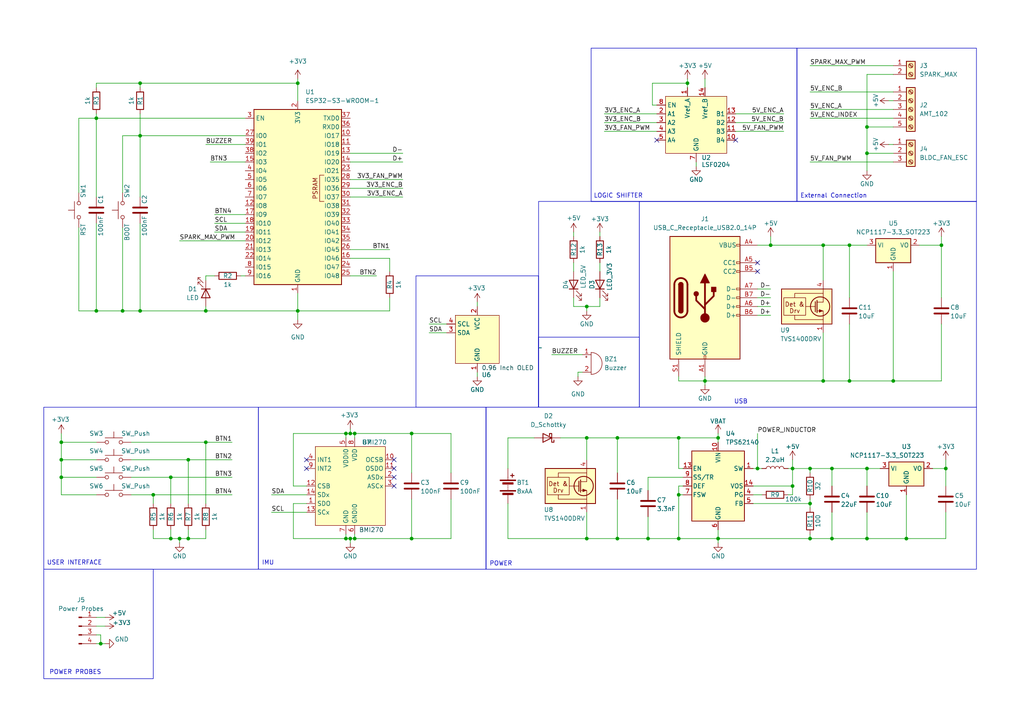
<source format=kicad_sch>
(kicad_sch (version 20231120) (generator "eeschema") (generator_version "8.0")
  (paper "A4")
  (junction (at 259.08 110.49))
  (junction (at 199.39 24.13))
  (junction (at 262.89 156.21))
  (junction (at 170.18 156.21))
  (junction (at 102.87 125.73))
  (junction (at 208.28 127))
  (junction (at 274.32 135.89))
  (junction (at 246.38 71.12))
  (junction (at 251.46 36.83))
  (junction (at 170.18 127))
  (junction (at 49.53 138.43))
  (junction (at 44.45 143.51))
  (junction (at 59.69 128.27))
  (junction (at 35.56 90.17))
  (junction (at 179.07 127))
  (junction (at 196.85 156.21))
  (junction (at 40.64 39.37))
  (junction (at 40.64 24.13))
  (junction (at 27.94 34.29))
  (junction (at 229.87 140.97))
  (junction (at 54.61 156.21))
  (junction (at 229.87 135.89))
  (junction (at 17.78 138.43))
  (junction (at 170.18 88.9))
  (junction (at 86.36 24.13))
  (junction (at 246.38 110.49))
  (junction (at 29.21 186.69))
  (junction (at 17.78 133.35))
  (junction (at 234.95 156.21))
  (junction (at 204.47 110.49))
  (junction (at 119.38 125.73))
  (junction (at 251.46 135.89))
  (junction (at 101.6 156.21))
  (junction (at 251.46 44.45))
  (junction (at 54.61 133.35))
  (junction (at 49.53 156.21))
  (junction (at 196.85 143.51))
  (junction (at 238.76 71.12))
  (junction (at 234.95 146.05))
  (junction (at 119.38 156.21))
  (junction (at 241.3 156.21))
  (junction (at 241.3 135.89))
  (junction (at 196.85 127))
  (junction (at 238.76 110.49))
  (junction (at 101.6 125.73))
  (junction (at 223.52 71.12))
  (junction (at 100.33 125.73))
  (junction (at 52.07 156.21))
  (junction (at 219.71 135.89))
  (junction (at 100.33 156.21))
  (junction (at 251.46 156.21))
  (junction (at 17.78 128.27))
  (junction (at 208.28 156.21))
  (junction (at 187.96 156.21))
  (junction (at 86.36 90.17))
  (junction (at 102.87 156.21))
  (junction (at 40.64 90.17))
  (junction (at 234.95 135.89))
  (junction (at 179.07 156.21))
  (junction (at 59.69 90.17))
  (junction (at 273.05 71.12))
  (junction (at 27.94 90.17))
  (no_connect (at 114.3 138.43))
  (no_connect (at 88.9 135.89))
  (no_connect (at 190.5 40.64))
  (no_connect (at 114.3 135.89))
  (no_connect (at 114.3 133.35))
  (no_connect (at 213.36 40.64))
  (no_connect (at 114.3 140.97))
  (no_connect (at 88.9 133.35))
  (no_connect (at 219.71 76.2))
  (no_connect (at 219.71 78.74))
  (wire (pts (xy 147.32 156.21) (xy 170.18 156.21)))
  (wire (pts (xy 59.69 88.9) (xy 59.69 90.17)))
  (wire (pts (xy 124.46 96.52) (xy 129.54 96.52)))
  (wire (pts (xy 17.78 143.51) (xy 27.94 143.51)))
  (wire (pts (xy 241.3 148.59) (xy 241.3 156.21)))
  (wire (pts (xy 54.61 133.35) (xy 67.31 133.35)))
  (wire (pts (xy 170.18 148.59) (xy 170.18 156.21)))
  (wire (pts (xy 175.26 33.02) (xy 190.5 33.02)))
  (wire (pts (xy 219.71 88.9) (xy 223.52 88.9)))
  (wire (pts (xy 29.21 186.69) (xy 27.94 186.69)))
  (wire (pts (xy 101.6 57.15) (xy 116.84 57.15)))
  (wire (pts (xy 40.64 33.02) (xy 40.64 39.37)))
  (wire (pts (xy 204.47 110.49) (xy 204.47 109.22)))
  (wire (pts (xy 85.09 140.97) (xy 85.09 125.73)))
  (wire (pts (xy 17.78 128.27) (xy 17.78 133.35)))
  (wire (pts (xy 22.86 34.29) (xy 27.94 34.29)))
  (wire (pts (xy 86.36 24.13) (xy 86.36 29.21)))
  (wire (pts (xy 208.28 153.67) (xy 208.28 156.21)))
  (wire (pts (xy 62.23 62.23) (xy 71.12 62.23)))
  (wire (pts (xy 27.94 184.15) (xy 29.21 184.15)))
  (wire (pts (xy 40.64 24.13) (xy 86.36 24.13)))
  (wire (pts (xy 238.76 110.49) (xy 246.38 110.49)))
  (wire (pts (xy 196.85 143.51) (xy 196.85 156.21)))
  (wire (pts (xy 251.46 44.45) (xy 259.08 44.45)))
  (wire (pts (xy 204.47 110.49) (xy 204.47 111.76)))
  (wire (pts (xy 199.39 22.86) (xy 199.39 24.13)))
  (wire (pts (xy 22.86 90.17) (xy 22.86 66.04)))
  (wire (pts (xy 88.9 146.05) (xy 85.09 146.05)))
  (wire (pts (xy 229.87 143.51) (xy 228.6 143.51)))
  (wire (pts (xy 27.94 34.29) (xy 71.12 34.29)))
  (wire (pts (xy 101.6 80.01) (xy 109.22 80.01)))
  (wire (pts (xy 234.95 26.67) (xy 259.08 26.67)))
  (wire (pts (xy 219.71 91.44) (xy 223.52 91.44)))
  (wire (pts (xy 234.95 154.94) (xy 234.95 156.21)))
  (wire (pts (xy 218.44 146.05) (xy 234.95 146.05)))
  (wire (pts (xy 101.6 125.73) (xy 102.87 125.73)))
  (wire (pts (xy 213.36 38.1) (xy 227.33 38.1)))
  (wire (pts (xy 204.47 22.86) (xy 204.47 25.4)))
  (wire (pts (xy 270.51 135.89) (xy 274.32 135.89)))
  (wire (pts (xy 147.32 127) (xy 154.94 127)))
  (wire (pts (xy 119.38 125.73) (xy 119.38 137.16)))
  (wire (pts (xy 101.6 72.39) (xy 113.03 72.39)))
  (wire (pts (xy 69.85 80.01) (xy 71.12 80.01)))
  (wire (pts (xy 17.78 133.35) (xy 17.78 138.43)))
  (wire (pts (xy 238.76 71.12) (xy 238.76 81.28)))
  (wire (pts (xy 27.94 181.61) (xy 30.48 181.61)))
  (wire (pts (xy 257.81 29.21) (xy 259.08 29.21)))
  (wire (pts (xy 223.52 68.58) (xy 223.52 71.12)))
  (wire (pts (xy 238.76 96.52) (xy 238.76 110.49)))
  (wire (pts (xy 166.37 67.31) (xy 166.37 68.58)))
  (wire (pts (xy 196.85 127) (xy 196.85 135.89)))
  (wire (pts (xy 199.39 24.13) (xy 189.23 24.13)))
  (wire (pts (xy 59.69 80.01) (xy 62.23 80.01)))
  (wire (pts (xy 138.43 107.95) (xy 138.43 109.22)))
  (wire (pts (xy 213.36 35.56) (xy 227.33 35.56)))
  (wire (pts (xy 196.85 127) (xy 208.28 127)))
  (wire (pts (xy 251.46 36.83) (xy 251.46 44.45)))
  (wire (pts (xy 246.38 71.12) (xy 246.38 86.36)))
  (wire (pts (xy 17.78 133.35) (xy 27.94 133.35)))
  (wire (pts (xy 251.46 135.89) (xy 251.46 140.97)))
  (wire (pts (xy 173.99 67.31) (xy 173.99 68.58)))
  (wire (pts (xy 59.69 90.17) (xy 86.36 90.17)))
  (wire (pts (xy 208.28 127) (xy 208.28 128.27)))
  (wire (pts (xy 234.95 135.89) (xy 234.95 137.16)))
  (wire (pts (xy 273.05 71.12) (xy 273.05 86.36)))
  (wire (pts (xy 246.38 71.12) (xy 251.46 71.12)))
  (wire (pts (xy 86.36 90.17) (xy 86.36 92.71)))
  (wire (pts (xy 166.37 88.9) (xy 170.18 88.9)))
  (wire (pts (xy 44.45 143.51) (xy 67.31 143.51)))
  (wire (pts (xy 179.07 127) (xy 196.85 127)))
  (wire (pts (xy 166.37 76.2) (xy 166.37 78.74)))
  (wire (pts (xy 234.95 46.99) (xy 259.08 46.99)))
  (wire (pts (xy 35.56 90.17) (xy 40.64 90.17)))
  (wire (pts (xy 35.56 66.04) (xy 35.56 90.17)))
  (wire (pts (xy 86.36 90.17) (xy 113.03 90.17)))
  (wire (pts (xy 274.32 156.21) (xy 274.32 148.59)))
  (wire (pts (xy 204.47 110.49) (xy 238.76 110.49)))
  (wire (pts (xy 101.6 44.45) (xy 116.84 44.45)))
  (wire (pts (xy 101.6 156.21) (xy 102.87 156.21)))
  (wire (pts (xy 196.85 140.97) (xy 196.85 143.51)))
  (wire (pts (xy 44.45 153.67) (xy 44.45 156.21)))
  (wire (pts (xy 52.07 69.85) (xy 71.12 69.85)))
  (wire (pts (xy 147.32 135.89) (xy 147.32 127)))
  (wire (pts (xy 49.53 138.43) (xy 67.31 138.43)))
  (wire (pts (xy 119.38 125.73) (xy 130.81 125.73)))
  (wire (pts (xy 59.69 41.91) (xy 71.12 41.91)))
  (wire (pts (xy 119.38 144.78) (xy 119.38 156.21)))
  (wire (pts (xy 40.64 24.13) (xy 40.64 25.4)))
  (wire (pts (xy 130.81 125.73) (xy 130.81 137.16)))
  (wire (pts (xy 274.32 135.89) (xy 274.32 133.35)))
  (wire (pts (xy 101.6 46.99) (xy 116.84 46.99)))
  (wire (pts (xy 251.46 148.59) (xy 251.46 156.21)))
  (wire (pts (xy 62.23 67.31) (xy 71.12 67.31)))
  (wire (pts (xy 168.91 107.95) (xy 167.64 107.95)))
  (wire (pts (xy 234.95 144.78) (xy 234.95 146.05)))
  (wire (pts (xy 198.12 143.51) (xy 196.85 143.51)))
  (wire (pts (xy 85.09 156.21) (xy 100.33 156.21)))
  (wire (pts (xy 17.78 138.43) (xy 17.78 143.51)))
  (wire (pts (xy 234.95 135.89) (xy 241.3 135.89)))
  (wire (pts (xy 160.02 102.87) (xy 168.91 102.87)))
  (wire (pts (xy 54.61 153.67) (xy 54.61 156.21)))
  (wire (pts (xy 38.1 138.43) (xy 49.53 138.43)))
  (wire (pts (xy 88.9 140.97) (xy 85.09 140.97)))
  (wire (pts (xy 229.87 133.35) (xy 229.87 135.89)))
  (wire (pts (xy 17.78 138.43) (xy 27.94 138.43)))
  (wire (pts (xy 130.81 144.78) (xy 130.81 156.21)))
  (wire (pts (xy 27.94 24.13) (xy 40.64 24.13)))
  (wire (pts (xy 208.28 125.73) (xy 208.28 127)))
  (wire (pts (xy 241.3 135.89) (xy 241.3 140.97)))
  (wire (pts (xy 102.87 125.73) (xy 102.87 127)))
  (wire (pts (xy 208.28 156.21) (xy 196.85 156.21)))
  (wire (pts (xy 38.1 143.51) (xy 44.45 143.51)))
  (wire (pts (xy 85.09 125.73) (xy 100.33 125.73)))
  (wire (pts (xy 208.28 156.21) (xy 234.95 156.21)))
  (wire (pts (xy 241.3 156.21) (xy 251.46 156.21)))
  (wire (pts (xy 29.21 186.69) (xy 30.48 186.69)))
  (wire (pts (xy 113.03 90.17) (xy 113.03 86.36)))
  (wire (pts (xy 78.74 148.59) (xy 88.9 148.59)))
  (wire (pts (xy 86.36 90.17) (xy 86.36 85.09)))
  (wire (pts (xy 54.61 156.21) (xy 59.69 156.21)))
  (wire (pts (xy 27.94 179.07) (xy 30.48 179.07)))
  (wire (pts (xy 100.33 156.21) (xy 100.33 154.94)))
  (wire (pts (xy 17.78 125.73) (xy 17.78 128.27)))
  (wire (pts (xy 189.23 30.48) (xy 190.5 30.48)))
  (wire (pts (xy 234.95 31.75) (xy 259.08 31.75)))
  (wire (pts (xy 251.46 36.83) (xy 259.08 36.83)))
  (wire (pts (xy 40.64 57.15) (xy 40.64 39.37)))
  (wire (pts (xy 251.46 21.59) (xy 251.46 36.83)))
  (wire (pts (xy 251.46 156.21) (xy 262.89 156.21)))
  (wire (pts (xy 170.18 127) (xy 179.07 127)))
  (wire (pts (xy 173.99 76.2) (xy 173.99 78.74)))
  (wire (pts (xy 187.96 149.86) (xy 187.96 156.21)))
  (wire (pts (xy 173.99 88.9) (xy 173.99 86.36)))
  (wire (pts (xy 187.96 138.43) (xy 187.96 142.24)))
  (wire (pts (xy 219.71 125.73) (xy 219.71 135.89)))
  (wire (pts (xy 201.93 46.99) (xy 201.93 48.26)))
  (wire (pts (xy 27.94 34.29) (xy 27.94 57.15)))
  (wire (pts (xy 101.6 124.46) (xy 101.6 125.73)))
  (wire (pts (xy 234.95 34.29) (xy 259.08 34.29)))
  (wire (pts (xy 59.69 128.27) (xy 59.69 146.05)))
  (wire (pts (xy 40.64 90.17) (xy 59.69 90.17)))
  (wire (pts (xy 229.87 135.89) (xy 234.95 135.89)))
  (wire (pts (xy 124.46 93.98) (xy 129.54 93.98)))
  (wire (pts (xy 259.08 21.59) (xy 251.46 21.59)))
  (wire (pts (xy 166.37 86.36) (xy 166.37 88.9)))
  (wire (pts (xy 241.3 135.89) (xy 251.46 135.89)))
  (wire (pts (xy 219.71 135.89) (xy 220.98 135.89)))
  (wire (pts (xy 167.64 107.95) (xy 167.64 109.22)))
  (wire (pts (xy 101.6 125.73) (xy 100.33 125.73)))
  (wire (pts (xy 130.81 156.21) (xy 119.38 156.21)))
  (wire (pts (xy 44.45 156.21) (xy 49.53 156.21)))
  (wire (pts (xy 223.52 71.12) (xy 238.76 71.12)))
  (wire (pts (xy 198.12 140.97) (xy 196.85 140.97)))
  (wire (pts (xy 101.6 54.61) (xy 116.84 54.61)))
  (wire (pts (xy 38.1 128.27) (xy 59.69 128.27)))
  (wire (pts (xy 170.18 88.9) (xy 170.18 90.17)))
  (wire (pts (xy 138.43 87.63) (xy 138.43 88.9)))
  (wire (pts (xy 49.53 156.21) (xy 52.07 156.21)))
  (wire (pts (xy 266.7 71.12) (xy 273.05 71.12)))
  (wire (pts (xy 262.89 143.51) (xy 262.89 156.21)))
  (wire (pts (xy 29.21 184.15) (xy 29.21 186.69)))
  (wire (pts (xy 27.94 24.13) (xy 27.94 25.4)))
  (wire (pts (xy 52.07 157.48) (xy 52.07 156.21)))
  (wire (pts (xy 187.96 156.21) (xy 196.85 156.21)))
  (wire (pts (xy 175.26 35.56) (xy 190.5 35.56)))
  (wire (pts (xy 101.6 157.48) (xy 101.6 156.21)))
  (wire (pts (xy 273.05 71.12) (xy 273.05 68.58)))
  (wire (pts (xy 179.07 137.16) (xy 179.07 127)))
  (wire (pts (xy 100.33 125.73) (xy 100.33 127)))
  (wire (pts (xy 162.56 127) (xy 170.18 127)))
  (wire (pts (xy 175.26 38.1) (xy 190.5 38.1)))
  (wire (pts (xy 49.53 153.67) (xy 49.53 156.21)))
  (wire (pts (xy 86.36 22.86) (xy 86.36 24.13)))
  (wire (pts (xy 147.32 156.21) (xy 147.32 146.05)))
  (wire (pts (xy 179.07 144.78) (xy 179.07 156.21)))
  (wire (pts (xy 234.95 19.05) (xy 259.08 19.05)))
  (wire (pts (xy 101.6 52.07) (xy 116.84 52.07)))
  (wire (pts (xy 189.23 24.13) (xy 189.23 30.48)))
  (wire (pts (xy 27.94 33.02) (xy 27.94 34.29)))
  (wire (pts (xy 27.94 90.17) (xy 35.56 90.17)))
  (wire (pts (xy 44.45 143.51) (xy 44.45 146.05)))
  (wire (pts (xy 234.95 146.05) (xy 234.95 147.32)))
  (wire (pts (xy 102.87 125.73) (xy 119.38 125.73)))
  (wire (pts (xy 219.71 83.82) (xy 223.52 83.82)))
  (wire (pts (xy 251.46 44.45) (xy 251.46 49.53)))
  (wire (pts (xy 22.86 34.29) (xy 22.86 55.88)))
  (wire (pts (xy 102.87 156.21) (xy 102.87 154.94)))
  (wire (pts (xy 17.78 128.27) (xy 27.94 128.27)))
  (wire (pts (xy 218.44 135.89) (xy 219.71 135.89)))
  (wire (pts (xy 170.18 127) (xy 170.18 133.35)))
  (wire (pts (xy 22.86 90.17) (xy 27.94 90.17)))
  (wire (pts (xy 27.94 90.17) (xy 27.94 64.77)))
  (wire (pts (xy 196.85 110.49) (xy 204.47 110.49)))
  (wire (pts (xy 219.71 71.12) (xy 223.52 71.12)))
  (wire (pts (xy 101.6 74.93) (xy 113.03 74.93)))
  (wire (pts (xy 246.38 93.98) (xy 246.38 110.49)))
  (wire (pts (xy 229.87 140.97) (xy 229.87 143.51)))
  (wire (pts (xy 78.74 143.51) (xy 88.9 143.51)))
  (wire (pts (xy 246.38 110.49) (xy 259.08 110.49)))
  (wire (pts (xy 218.44 140.97) (xy 229.87 140.97)))
  (wire (pts (xy 101.6 156.21) (xy 100.33 156.21)))
  (wire (pts (xy 259.08 110.49) (xy 259.08 78.74)))
  (wire (pts (xy 199.39 25.4) (xy 199.39 24.13)))
  (wire (pts (xy 170.18 156.21) (xy 179.07 156.21)))
  (wire (pts (xy 229.87 135.89) (xy 228.6 135.89)))
  (wire (pts (xy 38.1 133.35) (xy 54.61 133.35)))
  (wire (pts (xy 257.81 41.91) (xy 259.08 41.91)))
  (wire (pts (xy 234.95 156.21) (xy 241.3 156.21)))
  (wire (pts (xy 251.46 135.89) (xy 255.27 135.89)))
  (wire (pts (xy 54.61 133.35) (xy 54.61 146.05)))
  (wire (pts (xy 274.32 135.89) (xy 274.32 140.97)))
  (wire (pts (xy 85.09 146.05) (xy 85.09 156.21)))
  (wire (pts (xy 198.12 135.89) (xy 196.85 135.89)))
  (wire (pts (xy 40.64 64.77) (xy 40.64 90.17)))
  (wire (pts (xy 35.56 39.37) (xy 40.64 39.37)))
  (wire (pts (xy 229.87 140.97) (xy 229.87 135.89)))
  (wire (pts (xy 273.05 93.98) (xy 273.05 110.49)))
  (wire (pts (xy 238.76 71.12) (xy 246.38 71.12)))
  (wire (pts (xy 213.36 33.02) (xy 227.33 33.02)))
  (wire (pts (xy 59.69 128.27) (xy 67.31 128.27)))
  (wire (pts (xy 273.05 110.49) (xy 259.08 110.49)))
  (wire (pts (xy 262.89 156.21) (xy 274.32 156.21)))
  (wire (pts (xy 219.71 86.36) (xy 223.52 86.36)))
  (wire (pts (xy 59.69 80.01) (xy 59.69 81.28)))
  (wire (pts (xy 208.28 156.21) (xy 208.28 157.48)))
  (wire (pts (xy 60.96 46.99) (xy 71.12 46.99)))
  (wire (pts (xy 49.53 138.43) (xy 49.53 146.05)))
  (wire (pts (xy 62.23 64.77) (xy 71.12 64.77)))
  (wire (pts (xy 179.07 156.21) (xy 187.96 156.21)))
  (wire (pts (xy 119.38 156.21) (xy 102.87 156.21)))
  (wire (pts (xy 52.07 156.21) (xy 54.61 156.21)))
  (wire (pts (xy 59.69 153.67) (xy 59.69 156.21)))
  (wire (pts (xy 35.56 55.88) (xy 35.56 39.37)))
  (wire (pts (xy 40.64 39.37) (xy 71.12 39.37)))
  (wire (pts (xy 113.03 74.93) (xy 113.03 78.74)))
  (wire (pts (xy 170.18 88.9) (xy 173.99 88.9)))
  (wire (pts (xy 198.12 138.43) (xy 187.96 138.43)))
  (wire (pts (xy 218.44 143.51) (xy 220.98 143.51)))
  (wire (pts (xy 196.85 109.22) (xy 196.85 110.49)))
  (rectangle (start 156.21 97.79) (end 185.42 118.11))
  (rectangle (start 185.42 58.42) (end 283.21 118.11))
  (rectangle (start 12.7 165.1) (end 44.45 196.85))
  (rectangle (start 12.7 118.11) (end 74.93 165.1))
  (rectangle (start 231.14 13.97) (end 283.21 58.42))
  (rectangle (start 74.93 118.11) (end 140.97 165.1))
  (rectangle (start 120.65 80.01) (end 156.21 118.11))
  (rectangle (start 140.97 118.11) (end 283.21 165.1))
  (rectangle (start 171.45 13.97) (end 231.14 58.42))
  (rectangle (start 156.21 58.42) (end 185.42 118.11))
  (text "USER INTERFACE" (at 21.59 163.322 0) (effects (font (size 1.27 1.27))))
  (text "POWER PROBES" (at 21.844 195.072 0) (effects (font (size 1.27 1.27))))
  (text "POWER" (at 145.288 163.576 0) (effects (font (size 1.27 1.27))))
  (text "IMU" (at 77.724 163.322 0) (effects (font (size 1.27 1.27))))
  (text "LOGIC SHIFTER" (at 179.324 56.896 0) (effects (font (size 1.27 1.27))))
  (text "USB" (at 214.884 116.586 0) (effects (font (size 1.27 1.27))))
  (text "External Connection" (at 241.808 56.896 0) (effects (font (size 1.27 1.27))))
  (label "D+" (at 223.52 91.44 180))
  (label "D-" (at 223.52 86.36 180))
  (label "BUZZER" (at 160.02 102.87 0))
  (label "SPARK_MAX_PWM" (at 52.07 69.85 0))
  (label "5V_FAN_PWM" (at 234.95 46.99 0))
  (label "POWER_INDUCTOR" (at 219.71 125.73 0))
  (label "SDA" (at 78.74 143.51 0))
  (label "BTN2" (at 67.31 133.35 180))
  (label "3V3_ENC_B" (at 175.26 35.56 0))
  (label "BTN1" (at 67.31 128.27 180))
  (label "BUZZER" (at 59.69 41.91 0))
  (label "5V_ENC_INDEX" (at 234.95 34.29 0))
  (label "SCL" (at 62.23 64.77 0))
  (label "BTN4" (at 62.23 62.23 0))
  (label "3V3_ENC_A" (at 175.26 33.02 0))
  (label "BTN1" (at 113.03 72.39 180))
  (label "D-" (at 116.84 44.45 180))
  (label "5V_ENC_B" (at 227.33 35.56 180))
  (label "SDA" (at 62.23 67.31 0))
  (label "SPARK_MAX_PWM" (at 234.95 19.05 0))
  (label "5V_ENC_A" (at 227.33 33.02 180))
  (label "BTN4" (at 67.31 143.51 180))
  (label "3V3_ENC_A" (at 116.84 57.15 180))
  (label "D+" (at 223.52 88.9 180))
  (label "5V_FAN_PWM" (at 227.33 38.1 180))
  (label "D+" (at 116.84 46.99 180))
  (label "5V_ENC_A" (at 234.95 31.75 0))
  (label "3V3_FAN_PWM" (at 175.26 38.1 0))
  (label "SCL" (at 78.74 148.59 0))
  (label "SDA" (at 124.46 96.52 0))
  (label "BTN2" (at 109.22 80.01 180))
  (label "BTN3" (at 60.96 46.99 0))
  (label "BTN3" (at 67.31 138.43 180))
  (label "SCL" (at 124.46 93.98 0))
  (label "D-" (at 223.52 83.82 180))
  (label "3V3_ENC_B" (at 116.84 54.61 180))
  (label "3V3_FAN_PWM" (at 116.84 52.07 180))
  (label "5V_ENC_B" (at 234.95 26.67 0))
  (symbol (lib_id "power:+3V3") (at 273.05 68.58 0) (unit 1)
    (property "Reference" "#PWR09" (effects (hide yes)))
    (property "Value" "+3V3" (at 273.05 64.77 0))
    (property "Description" "Power symbol creates a global label with name \"+3V3\"" (effects (hide yes)))
  )
  (symbol (lib_id "power:GND") (at 138.43 109.22 0) (unit 1)
    (property "Reference" "#PWR023" (effects (hide yes)))
    (property "Value" "GND" (at 138.43 113.03 0))
  )
  (symbol (lib_id "Device:R") (at 44.45 149.86 180) (unit 1)
    (property "Reference" "R5" (at 44.45 149.86 90))
    (property "Value" "1k" (at 46.99 149.86 90))
    (property "Footprint" "Resistor_SMD:R_0603_1608Metric" (effects (hide yes)))
  )
  (symbol (lib_id "power:GND") (at 208.28 157.48 0) (unit 1)
    (property "Reference" "#PWR013" (effects (hide yes)))
    (property "Value" "GND" (at 208.28 161.29 0))
  )
  (symbol (lib_id "Device:D_Schottky") (at 158.75 127 180) (unit 1)
    (property "Reference" "D2" (at 159.0675 120.65 0))
    (property "Value" "D_Schottky" (at 159.0675 123.19 0))
    (property "Footprint" "Package_TO_SOT_SMD:TO-277A" (effects (hide yes)))
    (property "Description" "Schottky diode" (effects (hide yes)))
  )
  (symbol (lib_id "power:+3V3") (at 30.48 181.61 270) (unit 1)
    (property "Reference" "#PWR027" (effects (hide yes)))
    (property "Value" "+3V3" (at 35.306 180.594 90))
    (property "Description" "Power symbol creates a global label with name \"+3V3\"" (effects (hide yes)))
  )
  (symbol (lib_id "Regulator_Switching:TPS62140") (at 208.28 140.97 0) (unit 1)
    (property "Reference" "U4" (at 210.4741 125.73 0) (effects (justify left)))
    (property "Value" "TPS62140" (at 210.4741 128.27 0) (effects (justify left)))
    (property "Footprint" "Package_DFN_QFN:VQFN-16-1EP_3x3mm_P0.5mm_EP1.68x1.68mm_ThermalVias" (effects (hide yes)))
    (property "Datasheet" "http://www.ti.com/lit/ds/symlink/TPS62140.pdf" (effects (hide yes)))
    (property "Description" "2A Step-Down Converter with DCS-Control, Adjustable Output Voltage, 3-17V Input Voltage, QFN-16" (effects (hide yes)))
  )
  (symbol (lib_id "Switch:SW_Push") (at 22.86 60.96 90) (unit 1)
    (property "Reference" "SW1" (at 24.13 53.34 0) (effects (justify right)))
    (property "Value" "RST" (at 24.13 64.77 0) (effects (justify right)))
    (property "Footprint" "Button_Switch_SMD:SW_SPST_EVQP2" (effects (hide yes)))
  )
  (symbol (lib_id "Device:R") (at 59.69 149.86 180) (unit 1)
    (property "Reference" "R8" (at 59.69 149.86 90))
    (property "Value" "1k" (at 62.23 149.86 90))
    (property "Footprint" "Resistor_SMD:R_0603_1608Metric" (effects (hide yes)))
  )
  (symbol (lib_id "Device:C") (at 119.38 140.97 0) (unit 1)
    (property "Reference" "C3" (at 121.92 139.954 0) (effects (justify left)))
    (property "Value" "100nF" (at 121.92 142.494 0) (effects (justify left)))
    (property "Footprint" "Capacitor_SMD:C_0603_1608Metric" (effects (hide yes)))
    (property "Description" "Unpolarized capacitor" (effects (hide yes)))
  )
  (symbol (lib_id "Device:Buzzer") (at 171.45 105.41 0) (unit 1)
    (property "Reference" "BZ1" (at 175.26 104.1399 0) (effects (justify left)))
    (property "Value" "Buzzer" (at 175.26 106.6799 0) (effects (justify left)))
    (property "Footprint" "Buzzer_Beeper:Buzzer_12x9.5RM7.6" (effects (hide yes)))
    (property "Description" "Buzzer, polarized" (effects (hide yes)))
  )
  (symbol (lib_id "power:+3V3") (at 173.99 67.31 0) (unit 1)
    (property "Reference" "#PWR015" (effects (hide yes)))
    (property "Value" "+3V3" (at 173.99 63.5 0))
    (property "Description" "Power symbol creates a global label with name \"+3V3\"" (effects (hide yes)))
  )
  (symbol (lib_id "Connector:USB_C_Receptacle_USB2.0_14P") (at 204.47 86.36 0) (unit 1)
    (property "Reference" "J1" (at 204.47 63.5 0))
    (property "Value" "USB_C_Receptacle_USB2.0_14P" (at 204.47 66.04 0))
    (property "Footprint" "Connector_USB:USB_C_Receptacle_GCT_USB4110" (effects (hide yes)))
    (property "Datasheet" "https://www.usb.org/sites/default/files/documents/usb_type-c.zip" (effects (hide yes)))
    (property "Description" "USB 2.0-only 14P Type-C Receptacle connector" (effects (hide yes)))
  )
  (symbol (lib_id "power:+5V") (at 223.52 68.58 0) (unit 1)
    (property "Reference" "#PWR017" (effects (hide yes)))
    (property "Value" "+5V" (at 223.52 64.77 0))
    (property "Description" "Power symbol creates a global label with name \"+5V\"" (effects (hide yes)))
  )
  (symbol (lib_id "Regulator_Linear:NCP1117-3.3_SOT223") (at 259.08 71.12 0) (unit 1)
    (property "Reference" "U5" (at 259.08 64.77 0))
    (property "Value" "NCP1117-3.3_SOT223" (at 259.08 67.31 0))
    (property "Footprint" "Package_TO_SOT_SMD:SOT-223-3_TabPin2" (effects (hide yes)))
    (property "Datasheet" "http://www.onsemi.com/pub_link/Collateral/NCP1117-D.PDF" (effects (hide yes)))
    (property "Description" "1A Low drop-out regulator, Fixed Output 3.3V, SOT-223" (effects (hide yes)))
  )
  (symbol (lib_id "power:+5V") (at 204.47 22.86 0) (unit 1)
    (property "Reference" "#PWR06" (effects (hide yes)))
    (property "Value" "+5V" (at 204.47 19.05 0))
    (property "Description" "Power symbol creates a global label with name \"+5V\"" (effects (hide yes)))
  )
  (symbol (lib_id "Switch:SW_Push") (at 33.02 133.35 0) (unit 1)
    (property "Reference" "SW4" (at 27.94 130.81 0))
    (property "Value" "SW_Push" (at 39.37 130.81 0))
    (property "Footprint" "Button_Switch_SMD:SW_Push_1P1T_NO_6x6mm_H9.5mm" (effects (hide yes)))
  )
  (symbol (lib_id "Device:R") (at 54.61 149.86 180) (unit 1)
    (property "Reference" "R7" (at 54.61 149.86 90))
    (property "Value" "1k" (at 57.15 149.86 90))
    (property "Footprint" "Resistor_SMD:R_0603_1608Metric" (effects (hide yes)))
  )
  (symbol (lib_id "Connector:Screw_Terminal_01x03") (at 264.16 44.45 0) (unit 1)
    (property "Reference" "J4" (at 266.7 43.1799 0) (effects (justify left)))
    (property "Value" "BLDC_FAN_ESC" (at 266.7 45.7199 0) (effects (justify left)))
    (property "Footprint" "TerminalBlock_Phoenix:TerminalBlock_Phoenix_PT-1,5-3-5.0-H_1x03_P5.00mm_Horizontal" (effects (hide yes)))
    (property "Description" "Generic screw terminal, single row, 01x03, script generated (kicad-library-utils/schlib/autogen/connector/)" (effects (hide yes)))
  )
  (symbol (lib_id "Power_Protection:TVS1400DRV") (at 170.18 140.97 0) (unit 1)
    (property "Reference" "U8" (at 157.734 147.828 0) (effects (justify left)))
    (property "Value" "TVS1400DRV" (at 157.734 150.368 0) (effects (justify left)))
    (property "Footprint" "Package_SON:WSON-6-1EP_2x2mm_P0.65mm_EP1x1.6mm_ThermalVias" (effects (hide yes)))
    (property "Datasheet" "http://www.ti.com/lit/ds/symlink/tvs1400.pdf" (effects (hide yes)))
    (property "Description" "Flat-Clamp Surge Protection Device. 14Vrwm, WSON-6" (effects (hide yes)))
  )
  (symbol (lib_id "power:+3V3") (at 101.6 124.46 0) (unit 1)
    (property "Reference" "#PWR024" (effects (hide yes)))
    (property "Value" "+3V3" (at 101.346 120.396 0))
    (property "Description" "Power symbol creates a global label with name \"+3V3\"" (effects (hide yes)))
  )
  (symbol (lib_id "Device:C") (at 273.05 90.17 0) (unit 1)
    (property "Reference" "C8" (at 275.59 89.154 0) (effects (justify left)))
    (property "Value" "10uF" (at 275.59 91.694 0) (effects (justify left)))
    (property "Footprint" "Capacitor_SMD:C_0805_2012Metric" (effects (hide yes)))
    (property "Description" "Unpolarized capacitor" (effects (hide yes)))
  )
  (symbol (lib_id "power:GND") (at 167.64 109.22 0) (unit 1)
    (property "Reference" "#PWR05" (effects (hide yes)))
    (property "Value" "GND" (at 167.64 114.3 0))
    (property "Description" "Power symbol creates a global label with name \"GND\" , ground" (effects (hide yes)))
  )
  (symbol (lib_id "power:+3V3") (at 86.36 22.86 0) (unit 1)
    (property "Reference" "#PWR01" (effects (hide yes)))
    (property "Value" "+3V3" (at 86.36 17.78 0))
    (property "Description" "Power symbol creates a global label with name \"+3V3\"" (effects (hide yes)))
  )
  (symbol (lib_id "Device:R") (at 113.03 82.55 180) (unit 1)
    (property "Reference" "R4" (at 113.03 82.55 90))
    (property "Value" "1k" (at 115.57 82.55 90))
    (property "Footprint" "Resistor_SMD:R_0603_1608Metric" (effects (hide yes)))
  )
  (symbol (lib_id "Device:C") (at 274.32 144.78 0) (unit 1)
    (property "Reference" "C5" (at 276.86 143.764 0) (effects (justify left)))
    (property "Value" "10uF" (at 276.86 146.304 0) (effects (justify left)))
    (property "Footprint" "Capacitor_SMD:C_0805_2012Metric" (effects (hide yes)))
    (property "Description" "Unpolarized capacitor" (effects (hide yes)))
  )
  (symbol (lib_id "Device:C") (at 251.46 144.78 0) (unit 1)
    (property "Reference" "C10" (at 254 143.764 0) (effects (justify left)))
    (property "Value" "10uF" (at 254 146.304 0) (effects (justify left)))
    (property "Footprint" "Capacitor_SMD:C_0805_2012Metric" (effects (hide yes)))
    (property "Description" "Unpolarized capacitor" (effects (hide yes)))
  )
  (symbol (lib_id "Connector:Screw_Terminal_01x05") (at 264.16 31.75 0) (unit 1)
    (property "Reference" "J2" (at 266.7 30.4799 0) (effects (justify left)))
    (property "Value" "AMT_102" (at 266.7 33.0199 0) (effects (justify left)))
    (property "Footprint" "TerminalBlock_Phoenix:TerminalBlock_Phoenix_PT-1,5-5-5.0-H_1x05_P5.00mm_Horizontal" (effects (hide yes)))
    (property "Description" "Generic screw terminal, single row, 01x05, script generated (kicad-library-utils/schlib/autogen/connector/)" (effects (hide yes)))
  )
  (symbol (lib_id "Regulator_Linear:NCP1117-3.3_SOT223") (at 262.89 135.89 0) (unit 1)
    (property "Reference" "U3" (at 262.89 129.54 0))
    (property "Value" "NCP1117-3.3_SOT223" (at 257.302 132.08 0))
    (property "Footprint" "Package_TO_SOT_SMD:SOT-223-3_TabPin2" (effects (hide yes)))
    (property "Datasheet" "http://www.onsemi.com/pub_link/Collateral/NCP1117-D.PDF" (effects (hide yes)))
    (property "Description" "1A Low drop-out regulator, Fixed Output 3.3V, SOT-223" (effects (hide yes)))
  )
  (symbol (lib_id "Device:R") (at 173.99 72.39 180) (unit 1)
    (property "Reference" "R13" (at 173.99 72.39 90))
    (property "Value" "1k" (at 176.53 72.39 90))
    (property "Footprint" "Resistor_SMD:R_0603_1608Metric" (effects (hide yes)))
  )
  (symbol (lib_id "Device:R") (at 27.94 29.21 0) (unit 1)
    (property "Reference" "R3" (at 27.94 29.21 90))
    (property "Value" "1k" (at 25.4 29.21 90))
    (property "Footprint" "Resistor_SMD:R_0603_1608Metric" (effects (hide yes)))
  )
  (symbol (lib_id "power:+3V3") (at 274.32 133.35 0) (unit 1)
    (property "Reference" "#PWR012" (effects (hide yes)))
    (property "Value" "+3V3" (at 274.32 129.54 0))
    (property "Description" "Power symbol creates a global label with name \"+3V3\"" (effects (hide yes)))
  )
  (symbol (lib_id "Switch:SW_Push") (at 33.02 143.51 0) (unit 1)
    (property "Reference" "SW6" (at 27.94 140.97 0))
    (property "Value" "SW_Push" (at 39.37 140.97 0))
    (property "Footprint" "Button_Switch_SMD:SW_Push_1P1T_NO_6x6mm_H9.5mm" (effects (hide yes)))
  )
  (symbol (lib_id "Device:C") (at 130.81 140.97 0) (unit 1)
    (property "Reference" "C9" (at 133.35 139.954 0) (effects (justify left)))
    (property "Value" "100nF" (at 133.35 142.494 0) (effects (justify left)))
    (property "Footprint" "Capacitor_SMD:C_0603_1608Metric" (effects (hide yes)))
    (property "Description" "Unpolarized capacitor" (effects (hide yes)))
  )
  (symbol (lib_id "Device:R") (at 234.95 151.13 180) (unit 1)
    (property "Reference" "R11" (at 234.95 151.13 90))
    (property "Value" "100" (at 237.236 151.13 90))
    (property "Footprint" "Resistor_SMD:R_0603_1608Metric" (effects (hide yes)))
    (property "Description" "Resistor" (effects (hide yes)))
  )
  (symbol (lib_id "Device:C") (at 179.07 140.97 0) (unit 1)
    (property "Reference" "C6" (at 181.61 139.954 0) (effects (justify left)))
    (property "Value" "10uF" (at 181.61 142.494 0) (effects (justify left)))
    (property "Footprint" "Capacitor_SMD:C_0805_2012Metric" (effects (hide yes)))
    (property "Description" "Unpolarized capacitor" (effects (hide yes)))
  )
  (symbol (lib_id "power:GND") (at 201.93 48.26 0) (unit 1)
    (property "Reference" "#PWR018" (effects (hide yes)))
    (property "Value" "GND" (at 201.93 52.07 0))
  )
  (symbol (lib_id "Device:C") (at 27.94 60.96 0) (unit 1)
    (property "Reference" "C1" (at 29.21 59.182 90) (effects (justify left)))
    (property "Value" "100nF" (at 29.21 68.58 90) (effects (justify left)))
    (property "Footprint" "Capacitor_SMD:C_0603_1608Metric" (effects (hide yes)))
  )
  (symbol (lib_id "Device:R") (at 66.04 80.01 90) (unit 1)
    (property "Reference" "R2" (at 66.04 80.01 90))
    (property "Value" "1k" (at 66.04 82.55 90))
    (property "Footprint" "Resistor_SMD:R_0603_1608Metric" (effects (hide yes)))
  )
  (symbol (lib_id "power:GND") (at 101.6 157.48 0) (unit 1)
    (property "Reference" "#PWR025" (effects (hide yes)))
    (property "Value" "GND" (at 101.6 161.29 0))
  )
  (symbol (lib_id "Device:C") (at 241.3 144.78 0) (unit 1)
    (property "Reference" "C4" (at 243.84 143.764 0) (effects (justify left)))
    (property "Value" "22uF" (at 243.84 146.304 0) (effects (justify left)))
    (property "Footprint" "Capacitor_SMD:C_0805_2012Metric" (effects (hide yes)))
    (property "Description" "Unpolarized capacitor" (effects (hide yes)))
  )
  (symbol (lib_id "power:+3V3") (at 199.39 22.86 0) (unit 1)
    (property "Reference" "#PWR07" (effects (hide yes)))
    (property "Value" "+3V3" (at 199.39 19.05 0))
    (property "Description" "Power symbol creates a global label with name \"+3V3\"" (effects (hide yes)))
  )
  (symbol (lib_id "power:+5V") (at 30.48 179.07 270) (unit 1)
    (property "Reference" "#PWR028" (effects (hide yes)))
    (property "Value" "+5V" (at 34.544 177.8 90))
    (property "Description" "Power symbol creates a global label with name \"+5V\"" (effects (hide yes)))
  )
  (symbol (lib_id "power:GND") (at 30.48 186.69 90) (unit 1)
    (property "Reference" "#PWR026" (effects (hide yes)))
    (property "Value" "GND" (at 35.306 185.42 90))
  )
  (symbol (lib_id "Device:C") (at 187.96 146.05 0) (unit 1)
    (property "Reference" "C7" (at 190.5 145.034 0) (effects (justify left)))
    (property "Value" "3.3nF" (at 190.5 147.574 0) (effects (justify left)))
    (property "Footprint" "Capacitor_SMD:C_0603_1608Metric" (effects (hide yes)))
    (property "Description" "Unpolarized capacitor" (effects (hide yes)))
  )
  (symbol (lib_id "0.96InchOLED:0.96_Inch_OLED") (at 138.43 97.79 0) (unit 1)
    (property "Reference" "U6" (at 139.7 108.712 0) (effects (justify left)))
    (property "Value" "~" (at 156.21 100.8408 0) (effects (justify left)))
    (property "Footprint" "Connector_PinHeader_2.54mm:PinHeader_1x04_P2.54mm_Vertical" (effects (hide yes)))
  )
  (symbol (lib_id "BMI270:BMI270") (at 101.6 142.24 0) (unit 1)
    (property "Reference" "U7" (at 104.902 128.27 0) (effects (justify left)))
    (property "Value" "BMI270" (at 105.0641 128.27 0) (effects (justify left)))
    (property "Footprint" "Package_LGA:Bosch_LGA-14_3x2.5mm_P0.5mm" (effects (hide yes)))
    (property "Datasheet" "https://www.bosch-sensortec.com/media/boschsensortec/downloads/datasheets/bst-bmi270-ds000.pdf" (effects (hide yes)))
  )
  (symbol (lib_id "power:+5V") (at 257.81 29.21 90) (unit 1)
    (property "Reference" "#PWR020" (effects (hide yes)))
    (property "Value" "+5V" (at 254 29.21 0))
    (property "Description" "Power symbol creates a global label with name \"+5V\"" (effects (hide yes)))
  )
  (symbol (lib_id "Device:LED") (at 166.37 82.55 90) (unit 1)
    (property "Reference" "D4" (at 164.084 82.55 0))
    (property "Value" "LED_5V" (at 169.164 80.264 0))
    (property "Footprint" "LED_SMD:LED_0603_1608Metric" (effects (hide yes)))
  )
  (symbol (lib_id "Device:L") (at 224.79 135.89 90) (unit 1)
    (property "Reference" "L1" (at 224.79 130.81 90))
    (property "Value" "2.2uH" (at 224.79 133.35 90))
    (property "Footprint" "Inductor_SMD:L_Vishay_IHLP-1212" (effects (hide yes)))
    (property "Datasheet" "https://www.vishay.com/docs/34289/lp12bz11.pdf" (effects (hide yes)))
    (property "Description" "Inductor" (effects (hide yes)))
  )
  (symbol (lib_id "power:+5V") (at 229.87 133.35 0) (unit 1)
    (property "Reference" "#PWR011" (effects (hide yes)))
    (property "Value" "+5V" (at 229.87 129.54 0))
    (property "Description" "Power symbol creates a global label with name \"+5V\"" (effects (hide yes)))
  )
  (symbol (lib_id "power:GND") (at 170.18 90.17 0) (unit 1)
    (property "Reference" "#PWR016" (effects (hide yes)))
    (property "Value" "GND" (at 170.18 93.98 0))
  )
  (symbol (lib_id "Switch:SW_Push") (at 33.02 128.27 0) (unit 1)
    (property "Reference" "SW3" (at 27.94 125.73 0))
    (property "Value" "SW_Push" (at 39.37 125.73 0))
    (property "Footprint" "Button_Switch_SMD:SW_Push_1P1T_NO_6x6mm_H9.5mm" (effects (hide yes)))
  )
  (symbol (lib_id "power:+3V3") (at 138.43 87.63 0) (unit 1)
    (property "Reference" "#PWR022" (effects (hide yes)))
    (property "Value" "+3V3" (at 138.176 83.566 0))
    (property "Description" "Power symbol creates a global label with name \"+3V3\"" (effects (hide yes)))
  )
  (symbol (lib_id "Switch:SW_Push") (at 33.02 138.43 0) (unit 1)
    (property "Reference" "SW5" (at 27.94 135.89 0))
    (property "Value" "SW_Push" (at 39.37 135.89 0))
    (property "Footprint" "Button_Switch_SMD:SW_Push_1P1T_NO_6x6mm_H9.5mm" (effects (hide yes)))
  )
  (symbol (lib_id "power:+5V") (at 257.81 41.91 90) (unit 1)
    (property "Reference" "#PWR021" (effects (hide yes)))
    (property "Value" "+5V" (at 254 41.91 0))
    (property "Description" "Power symbol creates a global label with name \"+5V\"" (effects (hide yes)))
  )
  (symbol (lib_id "Device:R") (at 40.64 29.21 0) (unit 1)
    (property "Reference" "R1" (at 40.64 29.21 90))
    (property "Value" "1k" (at 38.1 29.21 90))
    (property "Footprint" "Resistor_SMD:R_0603_1608Metric" (effects (hide yes)))
  )
  (symbol (lib_id "power:GND") (at 251.46 49.53 0) (unit 1)
    (property "Reference" "#PWR019" (effects (hide yes)))
    (property "Value" "GND" (at 251.46 53.34 0))
  )
  (symbol (lib_id "Power_Protection:TVS1400DRV") (at 238.76 88.9 0) (unit 1)
    (property "Reference" "U9" (at 226.314 95.758 0) (effects (justify left)))
    (property "Value" "TVS1400DRV" (at 226.314 98.298 0) (effects (justify left)))
    (property "Footprint" "Package_SON:WSON-6-1EP_2x2mm_P0.65mm_EP1x1.6mm_ThermalVias" (effects (hide yes)))
    (property "Datasheet" "http://www.ti.com/lit/ds/symlink/tvs1400.pdf" (effects (hide yes)))
    (property "Description" "Flat-Clamp Surge Protection Device. 14Vrwm, WSON-6" (effects (hide yes)))
  )
  (symbol (lib_id "Device:C") (at 246.38 90.17 0) (unit 1)
    (property "Reference" "C11" (at 248.92 89.154 0) (effects (justify left)))
    (property "Value" "10uF" (at 248.92 91.694 0) (effects (justify left)))
    (property "Footprint" "Capacitor_SMD:C_0805_2012Metric" (effects (hide yes)))
    (property "Description" "Unpolarized capacitor" (effects (hide yes)))
  )
  (symbol (lib_id "LSF0204:LSF0204") (at 201.93 31.75 0) (unit 1)
    (property "Reference" "U2" (at 203.454 45.72 0) (effects (justify left)))
    (property "Value" "LSF0204" (at 203.454 47.752 0) (effects (justify left)))
    (property "Footprint" "Package_DFN_QFN:Texas_S-PVQFN-N14" (effects (hide yes)))
    (property "Datasheet" "https://www.ti.com/lit/ds/symlink/lsf0204.pdf?ts=1738516650001&ref_url=https%253A%252F%252Fwww.ti.com%252Fproduct%252FLSF0204" (effects (hide yes)))
  )
  (symbol (lib_id "power:GND") (at 86.36 92.71 0) (unit 1)
    (property "Reference" "#PWR02" (effects (hide yes)))
    (property "Value" "GND" (at 86.36 97.79 0))
  )
  (symbol (lib_id "Device:LED") (at 173.99 82.55 90) (unit 1)
    (property "Reference" "D3" (at 171.704 82.55 0))
    (property "Value" "LED_3V3" (at 176.784 80.264 0))
    (property "Footprint" "LED_SMD:LED_0603_1608Metric" (effects (hide yes)))
  )
  (symbol (lib_id "Connector:Conn_01x04_Pin") (at 22.86 181.61 0) (unit 1)
    (property "Reference" "J5" (at 23.495 173.99 0))
    (property "Value" "Power Probes" (at 23.495 176.53 0))
    (property "Footprint" "Connector_PinHeader_2.54mm:PinHeader_1x04_P2.54mm_Vertical" (effects (hide yes)))
    (property "Description" "Generic connector, single row, 01x04, script generated" (effects (hide yes)))
  )
  (symbol (lib_id "Device:R") (at 49.53 149.86 180) (unit 1)
    (property "Reference" "R6" (at 49.53 149.86 90))
    (property "Value" "1k" (at 52.07 149.86 90))
    (property "Footprint" "Resistor_SMD:R_0603_1608Metric" (effects (hide yes)))
  )
  (symbol (lib_id "power:+3V3") (at 208.28 125.73 0) (unit 1)
    (property "Reference" "#PWR014" (effects (hide yes)))
    (property "Value" "VBAT" (at 208.28 122.174 0))
    (property "Description" "Power symbol creates a global label with name \"+3V3\"" (effects (hide yes)))
  )
  (symbol (lib_id "Device:LED") (at 59.69 85.09 270) (unit 1)
    (property "Reference" "D1" (at 55.88 83.82 90))
    (property "Value" "LED" (at 55.88 86.36 90))
    (property "Footprint" "LED_SMD:LED_0603_1608Metric" (effects (hide yes)))
  )
  (symbol (lib_id "power:+5V") (at 166.37 67.31 0) (unit 1)
    (property "Reference" "#PWR010" (effects (hide yes)))
    (property "Value" "+5V" (at 166.37 63.246 0))
    (property "Description" "Power symbol creates a global label with name \"+5V\"" (effects (hide yes)))
  )
  (symbol (lib_id "Device:Battery") (at 147.32 140.97 0) (unit 1)
    (property "Reference" "BT1" (at 149.86 139.954 0) (effects (justify left)))
    (property "Value" "8xAA" (at 149.86 142.494 0) (effects (justify left)))
    (property "Footprint" "TerminalBlock_Phoenix:TerminalBlock_Phoenix_PT-1,5-2-5.0-H_1x02_P5.00mm_Horizontal" (effects (hide yes)))
    (property "Description" "Multiple-cell battery" (effects (hide yes)))
  )
  (symbol (lib_id "Device:R") (at 166.37 72.39 180) (unit 1)
    (property "Reference" "R12" (at 166.37 72.39 90))
    (property "Value" "1k" (at 168.91 72.39 90))
    (property "Footprint" "Resistor_SMD:R_0603_1608Metric" (effects (hide yes)))
  )
  (symbol (lib_id "Device:R") (at 224.79 143.51 90) (unit 1)
    (property "Reference" "R9" (at 224.79 143.51 90))
    (property "Value" "100k" (at 230.124 144.78 90))
    (property "Footprint" "Resistor_SMD:R_0603_1608Metric" (effects (hide yes)))
    (property "Description" "Resistor" (effects (hide yes)))
  )
  (symbol (lib_id "RF_Module:ESP32-S3-WROOM-1") (at 86.36 57.15 0) (unit 1)
    (property "Reference" "U1" (at 88.5541 26.67 0) (effects (justify left)))
    (property "Value" "ESP32-S3-WROOM-1" (at 88.5541 29.21 0) (effects (justify left)))
    (property "Footprint" "RF_Module:ESP32-S3-WROOM-1" (effects (hide yes)))
    (property "Datasheet" "https://www.espressif.com/sites/default/files/documentation/esp32-s3-wroom-1_wroom-1u_datasheet_en.pdf" (effects (hide yes)))
  )
  (symbol (lib_id "power:GND") (at 52.07 157.48 0) (unit 1)
    (property "Reference" "#PWR04" (effects (hide yes)))
    (property "Value" "GND" (at 52.07 161.29 0))
  )
  (symbol (lib_id "power:+3V3") (at 17.78 125.73 0) (unit 1)
    (property "Reference" "#PWR03" (effects (hide yes)))
    (property "Value" "+3V3" (at 17.526 121.666 0))
    (property "Description" "Power symbol creates a global label with name \"+3V3\"" (effects (hide yes)))
  )
  (symbol (lib_id "Device:C") (at 40.64 60.96 0) (unit 1)
    (property "Reference" "C2" (at 41.91 59.182 90) (effects (justify left)))
    (property "Value" "100nF" (at 41.91 68.58 90) (effects (justify left)))
    (property "Footprint" "Capacitor_SMD:C_0603_1608Metric" (effects (hide yes)))
  )
  (symbol (lib_id "power:GND") (at 204.47 111.76 0) (unit 1)
    (property "Reference" "#PWR08" (effects (hide yes)))
    (property "Value" "GND" (at 204.47 115.57 0))
  )
  (symbol (lib_id "Connector:Screw_Terminal_01x02") (at 264.16 19.05 0) (unit 1)
    (property "Reference" "J3" (at 266.7 19.0499 0) (effects (justify left)))
    (property "Value" "SPARK_MAX" (at 266.7 21.5899 0) (effects (justify left)))
    (property "Footprint" "TerminalBlock_Phoenix:TerminalBlock_Phoenix_PT-1,5-2-5.0-H_1x02_P5.00mm_Horizontal" (effects (hide yes)))
    (property "Description" "Generic screw terminal, single row, 01x02, script generated (kicad-library-utils/schlib/autogen/connector/)" (effects (hide yes)))
  )
  (symbol (lib_id "Switch:SW_Push") (at 35.56 60.96 90) (unit 1)
    (property "Reference" "SW2" (at 36.83 53.34 0) (effects (justify right)))
    (property "Value" "BOOT" (at 36.83 64.77 0) (effects (justify right)))
    (property "Footprint" "Button_Switch_SMD:SW_SPST_EVQP2" (effects (hide yes)))
  )
  (symbol (lib_id "Device:R") (at 234.95 140.97 180) (unit 1)
    (property "Reference" "R10" (at 234.95 140.97 90))
    (property "Value" "32" (at 237.236 140.97 90))
    (property "Footprint" "Resistor_SMD:R_0603_1608Metric" (effects (hide yes)))
    (property "Description" "Resistor" (effects (hide yes)))
  )
)
</source>
